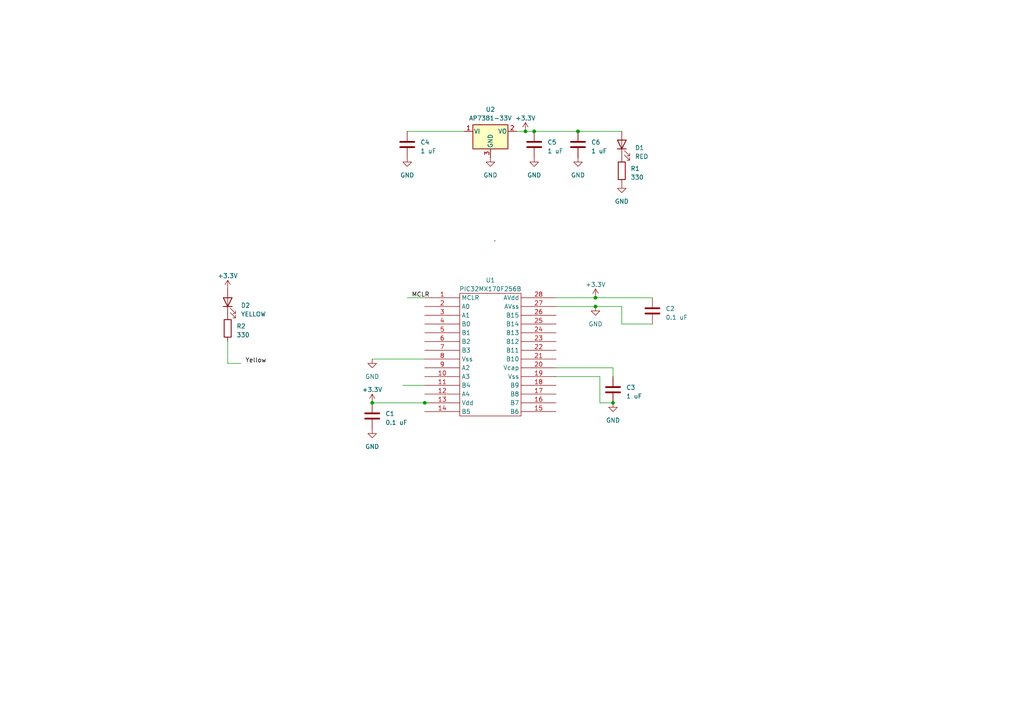
<source format=kicad_sch>
(kicad_sch (version 20230121) (generator eeschema)
  (paper "A4")
  (lib_symbols
    (symbol "Device:C" (pin_numbers hide) (pin_names (offset 0.254))
      (property "Reference" "C" (at 0.635 2.54 0))
      (property "Value" "C" (at 0.635 -2.54 0))
      (symbol "C_0_1"
        (polyline (pts (xy -2.032 -0.762) (xy 2.032 -0.762)) (stroke (width 0.508)))
        (polyline (pts (xy -2.032 0.762) (xy 2.032 0.762)) (stroke (width 0.508)))
      )
      (symbol "C_1_1"
        (pin passive line (at 0 3.81 270) (length 2.794) (name "~") (number "1"))
        (pin passive line (at 0 -3.81 90) (length 2.794) (name "~") (number "2"))
      )
    )
    (symbol "Device:LED" (pin_numbers hide) (pin_names (offset 1.016) hide)
      (property "Reference" "D" (at 0 2.54 0))
      (property "Value" "LED" (at 0 -2.54 0))
      (symbol "LED_0_1"
        (polyline (pts (xy -1.27 -1.27) (xy -1.27 1.27)) (stroke (width 0.254)))
        (polyline (pts (xy -1.27 0) (xy 1.27 0)))
        (polyline (pts (xy 1.27 -1.27) (xy 1.27 1.27) (xy -1.27 0) (xy 1.27 -1.27)) (stroke (width 0.254)))
        (polyline (pts (xy -3.048 -0.762) (xy -4.572 -2.286) (xy -3.81 -2.286) (xy -4.572 -2.286) (xy -4.572 -1.524)))
        (polyline (pts (xy -1.778 -0.762) (xy -3.302 -2.286) (xy -2.54 -2.286) (xy -3.302 -2.286) (xy -3.302 -1.524)))
      )
      (symbol "LED_1_1"
        (pin passive line (at -3.81 0 0) (length 2.54) (name "K") (number "1"))
        (pin passive line (at 3.81 0 180) (length 2.54) (name "A") (number "2"))
      )
    )
    (symbol "Device:R" (pin_numbers hide) (pin_names (offset 0))
      (property "Reference" "R" (at 2.032 0 90))
      (property "Value" "R" (at 0 0 90))
      (symbol "R_0_1"
        (rectangle (start -1.016 -2.54) (end 1.016 2.54) (stroke (width 0.254)))
      )
      (symbol "R_1_1"
        (pin passive line (at 0 3.81 270) (length 1.27) (name "~") (number "1"))
        (pin passive line (at 0 -3.81 90) (length 1.27) (name "~") (number "2"))
      )
    )
    (symbol "HW4:AP7381-33V" (pin_names (offset 0.254))
      (property "Reference" "U" (at -3.81 3.175 0))
      (property "Value" "AP7381-33V" (at 0 3.175 0))
      (symbol "AP7381-33V_0_1"
        (rectangle (start -5.08 1.905) (end 5.08 -5.08) (stroke (width 0.254)) (fill (type background)))
      )
      (symbol "AP7381-33V_1_1"
        (pin power_in line (at -7.62 0 0) (length 2.54) (name "VI") (number "1"))
        (pin power_out line (at 7.62 0 180) (length 2.54) (name "VO") (number "2"))
        (pin power_in line (at 0 -7.62 90) (length 2.54) (name "GND") (number "3"))
      )
    )
    (symbol "HW4:PIC32MX170F256B"
      (property "Reference" "U1" (at 1.27 10.16 0))
      (property "Value" "PIC32MX170F256B" (at 2.54 7.62 0))
      (symbol "PIC32MX170F256B_0_1"
        (rectangle (start -6.35 6.35) (end 11.43 -29.21))
        (circle (center 3.81 21.59) (radius 0.0001))
      )
      (symbol "PIC32MX170F256B_1_1"
        (pin input line (at -16.51 5.08 0) (length 10.16) (name "MCLR") (number "1"))
        (pin input line (at -16.51 -17.78 0) (length 10.16) (name "A3") (number "10"))
        (pin output line (at -16.51 -20.32 0) (length 10.16) (name "B4") (number "11"))
        (pin input line (at -16.51 -22.86 0) (length 10.16) (name "A4") (number "12"))
        (pin input line (at -16.51 -25.4 0) (length 10.16) (name "Vdd") (number "13"))
        (pin output line (at -16.51 -27.94 0) (length 10.16) (name "B5") (number "14"))
        (pin input line (at 21.59 -27.94 180) (length 10.16) (name "B6") (number "15"))
        (pin input line (at 21.59 -25.4 180) (length 10.16) (name "B7") (number "16"))
        (pin input line (at 21.59 -22.86 180) (length 10.16) (name "B8") (number "17"))
        (pin input line (at 21.59 -20.32 180) (length 10.16) (name "B9") (number "18"))
        (pin input line (at 21.59 -17.78 180) (length 10.16) (name "Vss") (number "19"))
        (pin input line (at -16.51 2.54 0) (length 10.16) (name "A0") (number "2"))
        (pin input line (at 21.59 -15.24 180) (length 10.16) (name "Vcap") (number "20"))
        (pin input line (at 21.59 -12.7 180) (length 10.16) (name "B10") (number "21"))
        (pin input line (at 21.59 -10.16 180) (length 10.16) (name "B11") (number "22"))
        (pin input line (at 21.59 -7.62 180) (length 10.16) (name "B12") (number "23"))
        (pin input line (at 21.59 -5.08 180) (length 10.16) (name "B13") (number "24"))
        (pin input line (at 21.59 -2.54 180) (length 10.16) (name "B14") (number "25"))
        (pin input line (at 21.59 0 180) (length 10.16) (name "B15") (number "26"))
        (pin input line (at 21.59 2.54 180) (length 10.16) (name "AVss") (number "27"))
        (pin input line (at 21.59 5.08 180) (length 10.16) (name "AVdd") (number "28"))
        (pin input line (at -16.51 0 0) (length 10.16) (name "A1") (number "3"))
        (pin input line (at -16.51 -2.54 0) (length 10.16) (name "B0") (number "4"))
        (pin input line (at -16.51 -5.08 0) (length 10.16) (name "B1") (number "5"))
        (pin input line (at -16.51 -7.62 0) (length 10.16) (name "B2") (number "6"))
        (pin input line (at -16.51 -10.16 0) (length 10.16) (name "B3") (number "7"))
        (pin input line (at -16.51 -12.7 0) (length 10.16) (name "Vss") (number "8"))
        (pin input line (at -16.51 -15.24 0) (length 10.16) (name "A2") (number "9"))
      )
    )
    (symbol "power:+3.3V" (power) (pin_names (offset 0))
      (property "Value" "+3.3V" (at 0 3.556 0))
      (symbol "+3.3V_0_1"
        (polyline (pts (xy -0.762 1.27) (xy 0 2.54)))
        (polyline (pts (xy 0 0) (xy 0 2.54)))
        (polyline (pts (xy 0 2.54) (xy 0.762 1.27)))
      )
      (symbol "+3.3V_1_1"
        (pin power_in line (at 0 0 90) (length 0) hide (name "+3.3V") (number "1"))
      )
    )
    (symbol "power:GND" (power) (pin_names (offset 0))
      (property "Value" "GND" (at 0 -3.81 0))
      (symbol "GND_0_1"
        (polyline (pts (xy 0 0) (xy 0 -1.27) (xy 1.27 -1.27) (xy 0 -2.54) (xy -1.27 -1.27) (xy 0 -1.27)))
      )
      (symbol "GND_1_1"
        (pin power_in line (at 0 0 270) (length 0) hide (name "GND") (number "1"))
      )
    )
  )
  (junction (at 172.72 86.36))
  (junction (at 123.19 116.84))
  (junction (at 107.95 116.84))
  (junction (at 154.94 38.1))
  (junction (at 172.72 88.9))
  (junction (at 152.4 38.1))
  (junction (at 167.64 38.1))
  (junction (at 177.8 116.84))
  (wire (pts (xy 180.34 88.9) (xy 180.34 93.98)))
  (wire (pts (xy 107.95 104.14) (xy 123.19 104.14)))
  (wire (pts (xy 177.8 106.68) (xy 177.8 109.22)))
  (wire (pts (xy 173.99 116.84) (xy 177.8 116.84)))
  (wire (pts (xy 124.46 116.84) (xy 123.19 116.84)))
  (wire (pts (xy 118.11 38.1) (xy 134.62 38.1)))
  (wire (pts (xy 167.64 38.1) (xy 180.34 38.1)))
  (wire (pts (xy 180.34 93.98) (xy 189.23 93.98)))
  (wire (pts (xy 154.94 38.1) (xy 167.64 38.1)))
  (wire (pts (xy 173.99 109.22) (xy 173.99 116.84)))
  (wire (pts (xy 172.72 88.9) (xy 180.34 88.9)))
  (wire (pts (xy 107.95 116.84) (xy 123.19 116.84)))
  (wire (pts (xy 66.04 105.41) (xy 69.85 105.41)))
  (wire (pts (xy 66.04 99.06) (xy 66.04 105.41)))
  (wire (pts (xy 116.84 111.76) (xy 123.19 111.76)))
  (wire (pts (xy 149.86 38.1) (xy 152.4 38.1)))
  (wire (pts (xy 161.29 86.36) (xy 172.72 86.36)))
  (wire (pts (xy 118.11 86.36) (xy 123.19 86.36)))
  (wire (pts (xy 161.29 88.9) (xy 172.72 88.9)))
  (wire (pts (xy 152.4 38.1) (xy 154.94 38.1)))
  (wire (pts (xy 161.29 109.22) (xy 173.99 109.22)))
  (wire (pts (xy 161.29 106.68) (xy 177.8 106.68)))
  (wire (pts (xy 172.72 86.36) (xy 189.23 86.36)))
  (text "MCLR" (at 119.38 86.36 0) (effects (font (size 1.27 1.27)) (justify left bottom)))
  (text "Yellow" (at 71.12 105.41 0) (effects (font (size 1.27 1.27)) (justify left bottom)))
  (symbol (lib_id "HW4:PIC32MX170F256B") (at 139.7 91.44 0) (unit 1)
    (property "Reference" "U1" (at 142.24 81.28 0))
    (property "Value" "PIC32MX170F256B" (at 142.24 83.82 0))
    (property "Footprint" "Package_DIP:DIP-28_W7.62mm_Socket" (effects hide))
  )
  (symbol (lib_id "power:GND") (at 118.11 45.72 0) (unit 1)
    (property "Reference" "#PWR07" (effects hide))
    (property "Value" "GND" (at 118.11 50.8 0))
  )
  (symbol (lib_id "power:+3.3V") (at 107.95 116.84 0) (unit 1)
    (property "Reference" "#PWR02" (effects hide))
    (property "Value" "+3.3V" (at 107.95 113.03 0))
  )
  (symbol (lib_id "power:GND") (at 180.34 53.34 0) (unit 1)
    (property "Reference" "#PWR012" (effects hide))
    (property "Value" "GND" (at 180.34 58.42 0))
  )
  (symbol (lib_id "Device:R") (at 66.04 95.25 0) (unit 1)
    (property "Reference" "R2" (at 68.58 94.615 0) (effects (justify left)))
    (property "Value" "330" (at 68.58 97.155 0) (effects (justify left)))
    (property "Footprint" "Resistor_THT:R_Axial_DIN0207_L6.3mm_D2.5mm_P7.62mm_Horizontal" (effects hide))
  )
  (symbol (lib_id "power:GND") (at 172.72 88.9 0) (unit 1)
    (property "Reference" "#PWR05" (effects hide))
    (property "Value" "GND" (at 172.72 93.98 0))
  )
  (symbol (lib_id "Device:C") (at 154.94 41.91 0) (unit 1)
    (property "Reference" "C5" (at 158.75 41.275 0) (effects (justify left)))
    (property "Value" "1 uF" (at 158.75 43.815 0) (effects (justify left)))
    (property "Footprint" "Capacitor_THT:CP_Radial_D5.0mm_P2.50mm" (effects hide))
  )
  (symbol (lib_id "Device:LED") (at 66.04 87.63 90) (unit 1)
    (property "Reference" "D2" (at 69.85 88.5825 90) (effects (justify right)))
    (property "Value" "YELLOW" (at 69.85 91.1225 90) (effects (justify right)))
    (property "Footprint" "LED_THT:LED_D3.0mm" (effects hide))
  )
  (symbol (lib_id "Device:C") (at 189.23 90.17 0) (unit 1)
    (property "Reference" "C2" (at 193.04 89.535 0) (effects (justify left)))
    (property "Value" "0.1 uF" (at 193.04 92.075 0) (effects (justify left)))
    (property "Footprint" "Capacitor_THT:CP_Radial_D5.0mm_P2.50mm" (effects hide))
  )
  (symbol (lib_id "Device:C") (at 167.64 41.91 0) (unit 1)
    (property "Reference" "C6" (at 171.45 41.275 0) (effects (justify left)))
    (property "Value" "1 uF" (at 171.45 43.815 0) (effects (justify left)))
    (property "Footprint" "Capacitor_THT:CP_Radial_D5.0mm_P2.50mm" (effects hide))
  )
  (symbol (lib_id "Device:C") (at 107.95 120.65 0) (unit 1)
    (property "Reference" "C1" (at 111.76 120.015 0) (effects (justify left)))
    (property "Value" "0.1 uF" (at 111.76 122.555 0) (effects (justify left)))
    (property "Footprint" "Capacitor_THT:CP_Axial_L10.0mm_D4.5mm_P15.00mm_Horizontal" (effects hide))
  )
  (symbol (lib_id "power:GND") (at 107.95 104.14 0) (unit 1)
    (property "Reference" "#PWR01" (effects hide))
    (property "Value" "GND" (at 107.95 109.22 0))
  )
  (symbol (lib_id "Device:R") (at 180.34 49.53 0) (unit 1)
    (property "Reference" "R1" (at 182.88 48.895 0) (effects (justify left)))
    (property "Value" "330" (at 182.88 51.435 0) (effects (justify left)))
    (property "Footprint" "Resistor_THT:R_Axial_DIN0207_L6.3mm_D2.5mm_P7.62mm_Horizontal" (effects hide))
  )
  (symbol (lib_id "Device:C") (at 118.11 41.91 0) (unit 1)
    (property "Reference" "C4" (at 121.92 41.275 0) (effects (justify left)))
    (property "Value" "1 uF" (at 121.92 43.815 0) (effects (justify left)))
    (property "Footprint" "Capacitor_THT:CP_Radial_D5.0mm_P2.50mm" (effects hide))
  )
  (symbol (lib_id "power:GND") (at 142.24 45.72 0) (unit 1)
    (property "Reference" "#PWR08" (effects hide))
    (property "Value" "GND" (at 142.24 50.8 0))
  )
  (symbol (lib_id "Device:LED") (at 180.34 41.91 90) (unit 1)
    (property "Reference" "D1" (at 184.15 42.8625 90) (effects (justify right)))
    (property "Value" "RED" (at 184.15 45.4025 90) (effects (justify right)))
    (property "Footprint" "LED_THT:LED_D3.0mm" (effects hide))
  )
  (symbol (lib_id "power:+3.3V") (at 66.04 83.82 0) (unit 1)
    (property "Reference" "#PWR013" (effects hide))
    (property "Value" "+3.3V" (at 66.04 80.01 0))
  )
  (symbol (lib_id "power:+3.3V") (at 152.4 38.1 0) (unit 1)
    (property "Reference" "#PWR09" (effects hide))
    (property "Value" "+3.3V" (at 152.4 34.29 0))
  )
  (symbol (lib_id "power:GND") (at 167.64 45.72 0) (unit 1)
    (property "Reference" "#PWR011" (effects hide))
    (property "Value" "GND" (at 167.64 50.8 0))
  )
  (symbol (lib_id "power:GND") (at 107.95 124.46 0) (unit 1)
    (property "Reference" "#PWR03" (effects hide))
    (property "Value" "GND" (at 107.95 129.54 0))
  )
  (symbol (lib_id "power:GND") (at 177.8 116.84 0) (unit 1)
    (property "Reference" "#PWR06" (effects hide))
    (property "Value" "GND" (at 177.8 121.92 0))
  )
  (symbol (lib_id "power:GND") (at 154.94 45.72 0) (unit 1)
    (property "Reference" "#PWR010" (effects hide))
    (property "Value" "GND" (at 154.94 50.8 0))
  )
  (symbol (lib_id "Device:C") (at 177.8 113.03 0) (unit 1)
    (property "Reference" "C3" (at 181.61 112.395 0) (effects (justify left)))
    (property "Value" "1 uF" (at 181.61 114.935 0) (effects (justify left)))
    (property "Footprint" "Capacitor_THT:CP_Radial_D5.0mm_P2.50mm" (effects hide))
  )
  (symbol (lib_id "HW4:AP7381-33V") (at 142.24 38.1 0) (unit 1)
    (property "Reference" "U2" (at 142.24 31.75 0))
    (property "Value" "AP7381-33V" (at 142.24 34.29 0))
    (property "Footprint" "Package_TO_SOT_THT:TO-92L_Inline" (effects hide))
    (property "Datasheet" "https://www.diodes.com/assets/Datasheets/AP7384.pdf" (effects hide))
  )
  (symbol (lib_id "power:+3.3V") (at 172.72 86.36 0) (unit 1)
    (property "Reference" "#PWR04" (effects hide))
    (property "Value" "+3.3V" (at 172.72 82.55 0))
  )
)
</source>
